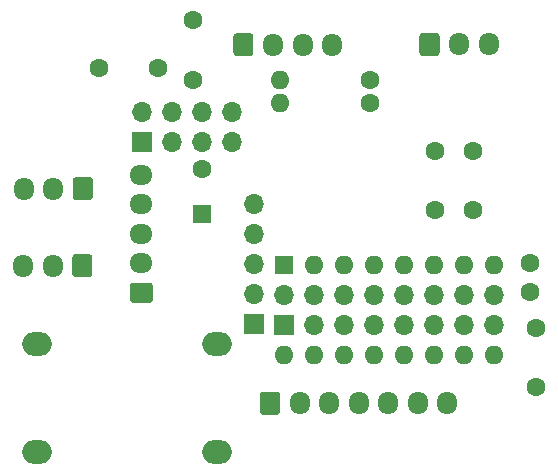
<source format=gbl>
G04 #@! TF.GenerationSoftware,KiCad,Pcbnew,8.0.6-8.0.6-0~ubuntu24.04.1*
G04 #@! TF.CreationDate,2024-12-06T14:23:52+02:00*
G04 #@! TF.ProjectId,stripe_board,73747269-7065-45f6-926f-6172642e6b69,rev?*
G04 #@! TF.SameCoordinates,Original*
G04 #@! TF.FileFunction,Copper,L2,Bot*
G04 #@! TF.FilePolarity,Positive*
%FSLAX46Y46*%
G04 Gerber Fmt 4.6, Leading zero omitted, Abs format (unit mm)*
G04 Created by KiCad (PCBNEW 8.0.6-8.0.6-0~ubuntu24.04.1) date 2024-12-06 14:23:52*
%MOMM*%
%LPD*%
G01*
G04 APERTURE LIST*
G04 #@! TA.AperFunction,ComponentPad*
%ADD10C,1.600000*%
G04 #@! TD*
G04 #@! TA.AperFunction,ComponentPad*
%ADD11R,1.700000X1.700000*%
G04 #@! TD*
G04 #@! TA.AperFunction,ComponentPad*
%ADD12O,1.700000X1.700000*%
G04 #@! TD*
G04 #@! TA.AperFunction,ComponentPad*
%ADD13O,1.700000X1.950000*%
G04 #@! TD*
G04 #@! TA.AperFunction,ComponentPad*
%ADD14R,1.600000X1.600000*%
G04 #@! TD*
G04 #@! TA.AperFunction,ComponentPad*
%ADD15O,1.600000X1.600000*%
G04 #@! TD*
G04 #@! TA.AperFunction,ComponentPad*
%ADD16O,2.500000X2.000000*%
G04 #@! TD*
G04 #@! TA.AperFunction,ComponentPad*
%ADD17O,1.950000X1.700000*%
G04 #@! TD*
G04 APERTURE END LIST*
D10*
G04 #@! TO.P,C1,1*
G04 #@! TO.N,5V*
X9302887Y34981506D03*
G04 #@! TO.P,C1,2*
G04 #@! TO.N,Net-(J20-Pin_5)*
X14302887Y34981506D03*
G04 #@! TD*
D11*
G04 #@! TO.P,J20,1,Pin_1*
G04 #@! TO.N,PWM1*
X12946099Y28713615D03*
D12*
G04 #@! TO.P,J20,2,Pin_2*
G04 #@! TO.N,MOSI*
X12946099Y31253615D03*
G04 #@! TO.P,J20,3,Pin_3*
G04 #@! TO.N,5V*
X15486099Y28713615D03*
G04 #@! TO.P,J20,4,Pin_4*
X15486099Y31253615D03*
G04 #@! TO.P,J20,5,Pin_5*
G04 #@! TO.N,Net-(J20-Pin_5)*
X18026099Y28713615D03*
G04 #@! TO.P,J20,6,Pin_6*
X18026099Y31253615D03*
G04 #@! TO.P,J20,7,Pin_7*
G04 #@! TO.N,5V*
X20566099Y28713615D03*
G04 #@! TO.P,J20,8,Pin_8*
G04 #@! TO.N,GND*
X20566099Y31253615D03*
G04 #@! TD*
D10*
G04 #@! TO.P,C4,1*
G04 #@! TO.N,Net-(J20-Pin_5)*
X17302887Y34007722D03*
G04 #@! TO.P,C4,2*
G04 #@! TO.N,GND*
X17302887Y39007722D03*
G04 #@! TD*
D11*
G04 #@! TO.P,J3,1,Pin_1*
G04 #@! TO.N,GND*
X24976315Y13236620D03*
D12*
G04 #@! TO.P,J3,2,Pin_2*
G04 #@! TO.N,5V*
X24976315Y15776620D03*
G04 #@! TO.P,J3,3,Pin_3*
G04 #@! TO.N,GND*
X27516315Y13236620D03*
G04 #@! TO.P,J3,4,Pin_4*
G04 #@! TO.N,5V*
X27516315Y15776620D03*
G04 #@! TO.P,J3,5,Pin_5*
G04 #@! TO.N,GND*
X30056315Y13236620D03*
G04 #@! TO.P,J3,6,Pin_6*
G04 #@! TO.N,5V*
X30056315Y15776620D03*
G04 #@! TO.P,J3,7,Pin_7*
G04 #@! TO.N,GND*
X32596315Y13236620D03*
G04 #@! TO.P,J3,8,Pin_8*
G04 #@! TO.N,5V*
X32596315Y15776620D03*
G04 #@! TO.P,J3,9,Pin_9*
G04 #@! TO.N,GND*
X35136315Y13236620D03*
G04 #@! TO.P,J3,10,Pin_10*
G04 #@! TO.N,5V*
X35136315Y15776620D03*
G04 #@! TO.P,J3,11,Pin_11*
G04 #@! TO.N,GND*
X37676315Y13236620D03*
G04 #@! TO.P,J3,12,Pin_12*
G04 #@! TO.N,5V*
X37676315Y15776620D03*
G04 #@! TO.P,J3,13,Pin_13*
G04 #@! TO.N,GND*
X40216315Y13236620D03*
G04 #@! TO.P,J3,14,Pin_14*
G04 #@! TO.N,5V*
X40216315Y15776620D03*
G04 #@! TO.P,J3,15,Pin_15*
G04 #@! TO.N,GND*
X42756315Y13236620D03*
G04 #@! TO.P,J3,16,Pin_16*
G04 #@! TO.N,5V*
X42756315Y15776620D03*
G04 #@! TD*
D10*
G04 #@! TO.P,C1,1*
G04 #@! TO.N,GND*
X46302887Y12981506D03*
G04 #@! TO.P,C1,2*
G04 #@! TO.N,IN*
X46302887Y7981506D03*
G04 #@! TD*
G04 #@! TO.P,C5,1*
G04 #@! TO.N,GND*
X45802887Y18481506D03*
G04 #@! TO.P,C5,2*
G04 #@! TO.N,5V*
X45802887Y15981506D03*
G04 #@! TD*
G04 #@! TO.P,J2,1,Pin_1*
G04 #@! TO.N,RC_IN*
G04 #@! TA.AperFunction,ComponentPad*
G36*
G01*
X36452887Y36256506D02*
X36452887Y37706506D01*
G75*
G02*
X36702887Y37956506I250000J0D01*
G01*
X37902887Y37956506D01*
G75*
G02*
X38152887Y37706506I0J-250000D01*
G01*
X38152887Y36256506D01*
G75*
G02*
X37902887Y36006506I-250000J0D01*
G01*
X36702887Y36006506D01*
G75*
G02*
X36452887Y36256506I0J250000D01*
G01*
G37*
G04 #@! TD.AperFunction*
D13*
G04 #@! TO.P,J2,2,Pin_2*
G04 #@! TO.N,5V*
X39802887Y36981506D03*
G04 #@! TO.P,J2,3,Pin_3*
G04 #@! TO.N,GND*
X42302887Y36981506D03*
G04 #@! TD*
D14*
G04 #@! TO.P,U3,1,I1*
G04 #@! TO.N,/PD4*
X24976315Y18311620D03*
D15*
G04 #@! TO.P,U3,2,I2*
G04 #@! TO.N,/PD7*
X27516315Y18311620D03*
G04 #@! TO.P,U3,3,I3*
G04 #@! TO.N,/PD6*
X30056315Y18311620D03*
G04 #@! TO.P,U3,4,I4*
G04 #@! TO.N,/PD5*
X32596315Y18311620D03*
G04 #@! TO.P,U3,5,I5*
G04 #@! TO.N,CUR_IN*
X35136315Y18311620D03*
G04 #@! TO.P,U3,6,I6*
G04 #@! TO.N,POS_IN*
X37676315Y18311620D03*
G04 #@! TO.P,U3,7,I7*
X40216315Y18311620D03*
G04 #@! TO.P,U3,8,GND*
G04 #@! TO.N,GND*
X42756315Y18311620D03*
G04 #@! TO.P,U3,9,COM*
G04 #@! TO.N,IN*
X42756315Y10691620D03*
G04 #@! TO.P,U3,10,O7*
G04 #@! TO.N,Net-(J1-Pin_7)*
X40216315Y10691620D03*
G04 #@! TO.P,U3,11,O6*
X37676315Y10691620D03*
G04 #@! TO.P,U3,12,O5*
G04 #@! TO.N,Net-(J1-Pin_6)*
X35136315Y10691620D03*
G04 #@! TO.P,U3,13,O4*
G04 #@! TO.N,Net-(J1-Pin_5)*
X32596315Y10691620D03*
G04 #@! TO.P,U3,14,O3*
G04 #@! TO.N,Net-(J1-Pin_4)*
X30056315Y10691620D03*
G04 #@! TO.P,U3,15,O2*
G04 #@! TO.N,Net-(J1-Pin_3)*
X27516315Y10691620D03*
G04 #@! TO.P,U3,16,O1*
G04 #@! TO.N,Net-(J1-Pin_2)*
X24976315Y10691620D03*
G04 #@! TD*
D10*
G04 #@! TO.P,R1,1*
G04 #@! TO.N,5V*
X32302887Y31981506D03*
D15*
G04 #@! TO.P,R1,2*
G04 #@! TO.N,SCL*
X24682887Y31981506D03*
G04 #@! TD*
G04 #@! TO.P,I2C_1,1,Pin_1*
G04 #@! TO.N,5V*
G04 #@! TA.AperFunction,ComponentPad*
G36*
G01*
X20702887Y36231506D02*
X20702887Y37681506D01*
G75*
G02*
X20952887Y37931506I250000J0D01*
G01*
X22152887Y37931506D01*
G75*
G02*
X22402887Y37681506I0J-250000D01*
G01*
X22402887Y36231506D01*
G75*
G02*
X22152887Y35981506I-250000J0D01*
G01*
X20952887Y35981506D01*
G75*
G02*
X20702887Y36231506I0J250000D01*
G01*
G37*
G04 #@! TD.AperFunction*
D13*
G04 #@! TO.P,I2C_1,2,Pin_2*
G04 #@! TO.N,SDA*
X24052887Y36956506D03*
G04 #@! TO.P,I2C_1,3,Pin_3*
G04 #@! TO.N,SCL*
X26552887Y36956506D03*
G04 #@! TO.P,I2C_1,4,Pin_4*
G04 #@! TO.N,GND*
X29052887Y36956506D03*
G04 #@! TD*
G04 #@! TO.P,Srv1,1,Pin_1*
G04 #@! TO.N,MOSI*
G04 #@! TA.AperFunction,ComponentPad*
G36*
G01*
X8791689Y25496506D02*
X8791689Y24046506D01*
G75*
G02*
X8541689Y23796506I-250000J0D01*
G01*
X7341689Y23796506D01*
G75*
G02*
X7091689Y24046506I0J250000D01*
G01*
X7091689Y25496506D01*
G75*
G02*
X7341689Y25746506I250000J0D01*
G01*
X8541689Y25746506D01*
G75*
G02*
X8791689Y25496506I0J-250000D01*
G01*
G37*
G04 #@! TD.AperFunction*
G04 #@! TO.P,Srv1,2,Pin_2*
G04 #@! TO.N,5V*
X5441689Y24771506D03*
G04 #@! TO.P,Srv1,3,Pin_3*
G04 #@! TO.N,GND*
X2941689Y24771506D03*
G04 #@! TD*
D10*
G04 #@! TO.P,C2,1*
G04 #@! TO.N,GND*
X37802887Y22981506D03*
G04 #@! TO.P,C2,2*
G04 #@! TO.N,5V*
X37802887Y27981506D03*
G04 #@! TD*
D11*
G04 #@! TO.P,J5,1,Pin_1*
G04 #@! TO.N,GND*
X22416689Y13271506D03*
D12*
G04 #@! TO.P,J5,2,Pin_2*
G04 #@! TO.N,5V*
X22416689Y15811506D03*
G04 #@! TO.P,J5,3,Pin_3*
G04 #@! TO.N,SWIO*
X22416689Y18351506D03*
G04 #@! TO.P,J5,4,Pin_4*
G04 #@! TO.N,MISO*
X22416689Y20891506D03*
G04 #@! TO.P,J5,5,Pin_5*
G04 #@! TO.N,MOSI*
X22416689Y23431506D03*
G04 #@! TD*
D16*
G04 #@! TO.P,Mini360,1,IN-*
G04 #@! TO.N,GND*
X19285689Y11621506D03*
G04 #@! TO.P,Mini360,2,IN+*
G04 #@! TO.N,IN*
X19285689Y2481506D03*
G04 #@! TO.P,Mini360,3,OUT-*
G04 #@! TO.N,GND*
X4045689Y11621506D03*
G04 #@! TO.P,Mini360,4,OUT+*
G04 #@! TO.N,5V*
X4045689Y2481506D03*
G04 #@! TD*
D10*
G04 #@! TO.P,R2,1*
G04 #@! TO.N,5V*
X32302887Y33981506D03*
D15*
G04 #@! TO.P,R2,2*
G04 #@! TO.N,SDA*
X24682887Y33981506D03*
G04 #@! TD*
G04 #@! TO.P,Srv3,1,Pin_1*
G04 #@! TO.N,MISO*
G04 #@! TA.AperFunction,ComponentPad*
G36*
G01*
X8766689Y18971506D02*
X8766689Y17521506D01*
G75*
G02*
X8516689Y17271506I-250000J0D01*
G01*
X7316689Y17271506D01*
G75*
G02*
X7066689Y17521506I0J250000D01*
G01*
X7066689Y18971506D01*
G75*
G02*
X7316689Y19221506I250000J0D01*
G01*
X8516689Y19221506D01*
G75*
G02*
X8766689Y18971506I0J-250000D01*
G01*
G37*
G04 #@! TD.AperFunction*
D13*
G04 #@! TO.P,Srv3,2,Pin_2*
G04 #@! TO.N,5V*
X5416689Y18246506D03*
G04 #@! TO.P,Srv3,3,Pin_3*
G04 #@! TO.N,GND*
X2916689Y18246506D03*
G04 #@! TD*
D10*
G04 #@! TO.P,C3,1*
G04 #@! TO.N,GND*
X40952887Y22981506D03*
G04 #@! TO.P,C3,2*
G04 #@! TO.N,5V*
X40952887Y27981506D03*
G04 #@! TD*
G04 #@! TO.P,J4,1,Pin_1*
G04 #@! TO.N,GND*
G04 #@! TA.AperFunction,ComponentPad*
G36*
G01*
X13641689Y15096506D02*
X12191689Y15096506D01*
G75*
G02*
X11941689Y15346506I0J250000D01*
G01*
X11941689Y16546506D01*
G75*
G02*
X12191689Y16796506I250000J0D01*
G01*
X13641689Y16796506D01*
G75*
G02*
X13891689Y16546506I0J-250000D01*
G01*
X13891689Y15346506D01*
G75*
G02*
X13641689Y15096506I-250000J0D01*
G01*
G37*
G04 #@! TD.AperFunction*
D17*
G04 #@! TO.P,J4,2,Pin_2*
G04 #@! TO.N,5V*
X12916689Y18446506D03*
G04 #@! TO.P,J4,3,Pin_3*
G04 #@! TO.N,MISO*
X12916689Y20946506D03*
G04 #@! TO.P,J4,4,Pin_4*
G04 #@! TO.N,MOSI*
X12916689Y23446506D03*
G04 #@! TO.P,J4,5,Pin_5*
G04 #@! TO.N,PWM2*
X12916689Y25946506D03*
G04 #@! TD*
D14*
G04 #@! TO.P,R3,1*
G04 #@! TO.N,PWM2*
X18048838Y22648932D03*
D10*
G04 #@! TO.P,R3,2*
G04 #@! TO.N,Net-(J20-Pin_5)*
X18048838Y26448932D03*
G04 #@! TD*
G04 #@! TO.P,J1,1,Pin_1*
G04 #@! TO.N,IN*
G04 #@! TA.AperFunction,ComponentPad*
G36*
G01*
X22952887Y5873228D02*
X22952887Y7323228D01*
G75*
G02*
X23202887Y7573228I250000J0D01*
G01*
X24402887Y7573228D01*
G75*
G02*
X24652887Y7323228I0J-250000D01*
G01*
X24652887Y5873228D01*
G75*
G02*
X24402887Y5623228I-250000J0D01*
G01*
X23202887Y5623228D01*
G75*
G02*
X22952887Y5873228I0J250000D01*
G01*
G37*
G04 #@! TD.AperFunction*
D13*
G04 #@! TO.P,J1,2,Pin_2*
G04 #@! TO.N,Net-(J1-Pin_2)*
X26302887Y6598228D03*
G04 #@! TO.P,J1,3,Pin_3*
G04 #@! TO.N,Net-(J1-Pin_3)*
X28802887Y6598228D03*
G04 #@! TO.P,J1,4,Pin_4*
G04 #@! TO.N,Net-(J1-Pin_4)*
X31302887Y6598228D03*
G04 #@! TO.P,J1,5,Pin_5*
G04 #@! TO.N,Net-(J1-Pin_5)*
X33802887Y6598228D03*
G04 #@! TO.P,J1,6,Pin_6*
G04 #@! TO.N,Net-(J1-Pin_6)*
X36302887Y6598228D03*
G04 #@! TO.P,J1,7,Pin_7*
G04 #@! TO.N,Net-(J1-Pin_7)*
X38802887Y6598228D03*
G04 #@! TD*
M02*

</source>
